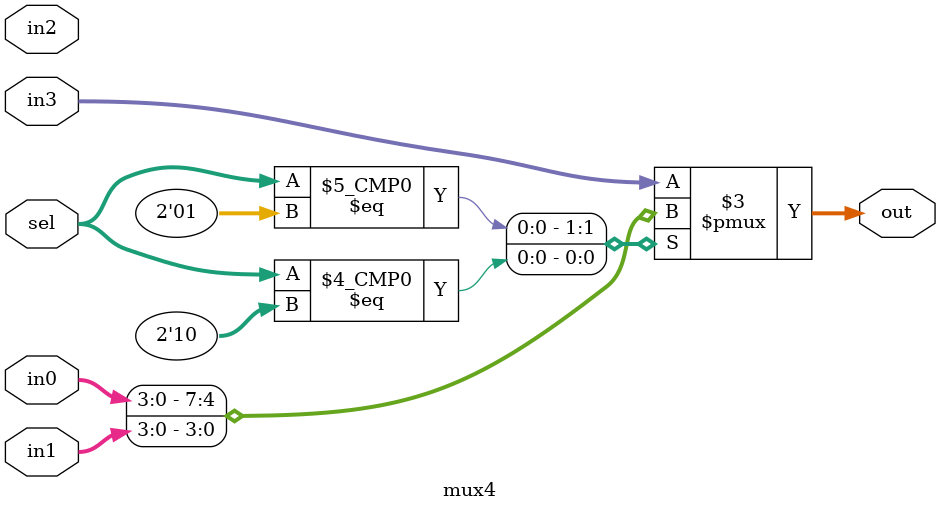
<source format=sv>
`timescale 1ns / 1ps
module mux4 #(parameter N =4)(
    input [N-1:0] in0, in1, in2, in3,
    input [1:0] sel,
    output reg [3:0] out
     );
     
     always @*
        case(sel)
        1: out = in0;
        2: out = in1;
        4: out = in2;
        default: out = in3;
        endcase 
endmodule

</source>
